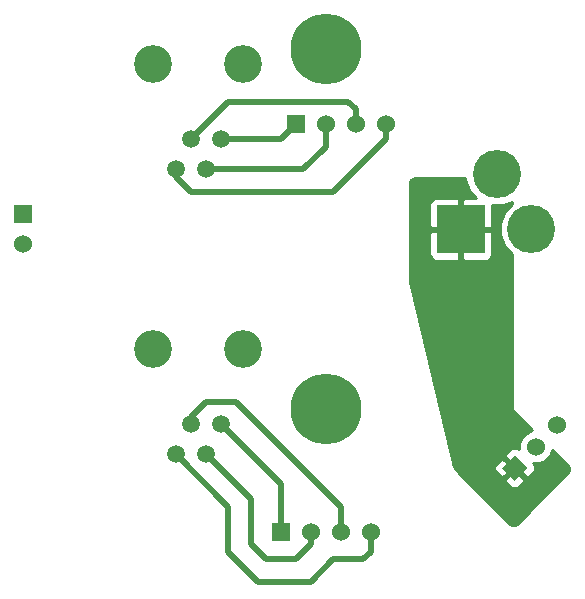
<source format=gbl>
G04 (created by PCBNEW (2013-07-07 BZR 4022)-stable) date 6/5/2014 11:35:08 PM*
%MOIN*%
G04 Gerber Fmt 3.4, Leading zero omitted, Abs format*
%FSLAX34Y34*%
G01*
G70*
G90*
G04 APERTURE LIST*
%ADD10C,0.00590551*%
%ADD11R,0.06X0.06*%
%ADD12C,0.06*%
%ADD13C,0.23622*%
%ADD14R,0.16X0.16*%
%ADD15C,0.16*%
%ADD16C,0.0590551*%
%ADD17C,0.125984*%
%ADD18C,0.02*%
%ADD19C,0.01*%
G04 APERTURE END LIST*
G54D10*
G54D11*
X85500Y-76850D03*
G54D12*
X86500Y-76850D03*
X87500Y-76850D03*
X88500Y-76850D03*
G54D11*
X86000Y-63250D03*
G54D12*
X87000Y-63250D03*
X88000Y-63250D03*
X89000Y-63250D03*
G54D13*
X87000Y-60750D03*
X87000Y-72750D03*
G54D14*
X91500Y-66750D03*
G54D15*
X93850Y-66750D03*
X92700Y-64900D03*
G54D16*
X83000Y-64750D03*
X82000Y-64750D03*
X83500Y-63750D03*
X82500Y-63750D03*
G54D17*
X81251Y-61250D03*
X84251Y-61250D03*
G54D16*
X83000Y-74250D03*
X82000Y-74250D03*
X83500Y-73250D03*
X82500Y-73250D03*
G54D17*
X81251Y-70750D03*
X84251Y-70750D03*
G54D10*
G36*
X93292Y-75131D02*
X92868Y-74707D01*
X93292Y-74282D01*
X93717Y-74707D01*
X93292Y-75131D01*
X93292Y-75131D01*
G37*
G54D12*
X94000Y-74000D03*
X94707Y-73292D03*
G54D11*
X76900Y-66250D03*
G54D12*
X76900Y-67250D03*
G54D18*
X82000Y-64750D02*
X82000Y-65000D01*
X89000Y-63750D02*
X89000Y-63250D01*
X87250Y-65500D02*
X89000Y-63750D01*
X82500Y-65500D02*
X87250Y-65500D01*
X82000Y-65000D02*
X82500Y-65500D01*
X82000Y-74250D02*
X83750Y-76000D01*
X88500Y-77500D02*
X88500Y-76850D01*
X88250Y-77750D02*
X88500Y-77500D01*
X87250Y-77750D02*
X88250Y-77750D01*
X86500Y-78500D02*
X87250Y-77750D01*
X84750Y-78500D02*
X86500Y-78500D01*
X83750Y-77500D02*
X84750Y-78500D01*
X83750Y-76000D02*
X83750Y-77500D01*
X83500Y-63750D02*
X85500Y-63750D01*
X85500Y-63750D02*
X86000Y-63250D01*
X83000Y-64750D02*
X86250Y-64750D01*
X87000Y-64000D02*
X87000Y-63250D01*
X86250Y-64750D02*
X87000Y-64000D01*
X82500Y-63750D02*
X83750Y-62500D01*
X88000Y-62750D02*
X88000Y-63250D01*
X87750Y-62500D02*
X88000Y-62750D01*
X83750Y-62500D02*
X87750Y-62500D01*
X83500Y-73250D02*
X85500Y-75250D01*
X85500Y-75250D02*
X85500Y-76850D01*
X83000Y-74250D02*
X84500Y-75750D01*
X86500Y-77250D02*
X86500Y-76850D01*
X86000Y-77750D02*
X86500Y-77250D01*
X85000Y-77750D02*
X86000Y-77750D01*
X84500Y-77250D02*
X85000Y-77750D01*
X84500Y-75750D02*
X84500Y-77250D01*
X82500Y-73250D02*
X82500Y-73000D01*
X87500Y-76000D02*
X87500Y-76850D01*
X84000Y-72500D02*
X87500Y-76000D01*
X83000Y-72500D02*
X84000Y-72500D01*
X82500Y-73000D02*
X83000Y-72500D01*
G54D10*
G36*
X95116Y-74750D02*
X95104Y-74807D01*
X95069Y-74859D01*
X93602Y-76327D01*
X93602Y-75175D01*
X93602Y-75087D01*
X93292Y-74777D01*
X93222Y-74848D01*
X93222Y-74707D01*
X92912Y-74397D01*
X92824Y-74397D01*
X92656Y-74565D01*
X92618Y-74657D01*
X92618Y-74756D01*
X92656Y-74848D01*
X92726Y-74918D01*
X92824Y-75016D01*
X92912Y-75016D01*
X93222Y-74707D01*
X93222Y-74848D01*
X92983Y-75087D01*
X92983Y-75175D01*
X93081Y-75273D01*
X93151Y-75343D01*
X93243Y-75381D01*
X93342Y-75381D01*
X93434Y-75343D01*
X93602Y-75175D01*
X93602Y-76327D01*
X93359Y-76569D01*
X93307Y-76604D01*
X93250Y-76616D01*
X93192Y-76604D01*
X93140Y-76569D01*
X92550Y-75979D01*
X92550Y-67500D01*
X92550Y-66862D01*
X92487Y-66800D01*
X91550Y-66800D01*
X91550Y-67737D01*
X91612Y-67800D01*
X92349Y-67800D01*
X92441Y-67762D01*
X92511Y-67691D01*
X92549Y-67599D01*
X92550Y-67500D01*
X92550Y-75979D01*
X91450Y-74879D01*
X91450Y-67737D01*
X91450Y-66800D01*
X91450Y-66700D01*
X91450Y-65762D01*
X91387Y-65700D01*
X90650Y-65699D01*
X90558Y-65737D01*
X90488Y-65808D01*
X90450Y-65900D01*
X90449Y-65999D01*
X90450Y-66637D01*
X90512Y-66700D01*
X91450Y-66700D01*
X91450Y-66800D01*
X90512Y-66800D01*
X90450Y-66862D01*
X90449Y-67500D01*
X90450Y-67599D01*
X90488Y-67691D01*
X90558Y-67762D01*
X90650Y-67800D01*
X91387Y-67800D01*
X91450Y-67737D01*
X91450Y-74879D01*
X91327Y-74756D01*
X91300Y-74721D01*
X91284Y-74680D01*
X89804Y-68514D01*
X89800Y-68473D01*
X89800Y-65204D01*
X89812Y-65142D01*
X89844Y-65094D01*
X89892Y-65062D01*
X89954Y-65050D01*
X91649Y-65050D01*
X91649Y-65107D01*
X91809Y-65494D01*
X92014Y-65699D01*
X91612Y-65700D01*
X91550Y-65762D01*
X91550Y-66700D01*
X92487Y-66700D01*
X92550Y-66637D01*
X92550Y-65999D01*
X92549Y-65949D01*
X92907Y-65950D01*
X93200Y-65829D01*
X93200Y-65915D01*
X92960Y-66154D01*
X92800Y-66540D01*
X92799Y-66957D01*
X92959Y-67344D01*
X93200Y-67585D01*
X93200Y-72672D01*
X93218Y-72763D01*
X93269Y-72840D01*
X93882Y-73453D01*
X93688Y-73533D01*
X93534Y-73688D01*
X93450Y-73890D01*
X93449Y-74086D01*
X93434Y-74070D01*
X93342Y-74032D01*
X93242Y-74032D01*
X93151Y-74071D01*
X92983Y-74238D01*
X92983Y-74327D01*
X93292Y-74636D01*
X93298Y-74630D01*
X93369Y-74701D01*
X93363Y-74707D01*
X93672Y-75016D01*
X93761Y-75016D01*
X93928Y-74848D01*
X93967Y-74757D01*
X93967Y-74657D01*
X93929Y-74565D01*
X93913Y-74549D01*
X94108Y-74550D01*
X94311Y-74466D01*
X94465Y-74311D01*
X94546Y-74117D01*
X95069Y-74640D01*
X95104Y-74692D01*
X95116Y-74750D01*
X95116Y-74750D01*
G37*
G54D19*
X95116Y-74750D02*
X95104Y-74807D01*
X95069Y-74859D01*
X93602Y-76327D01*
X93602Y-75175D01*
X93602Y-75087D01*
X93292Y-74777D01*
X93222Y-74848D01*
X93222Y-74707D01*
X92912Y-74397D01*
X92824Y-74397D01*
X92656Y-74565D01*
X92618Y-74657D01*
X92618Y-74756D01*
X92656Y-74848D01*
X92726Y-74918D01*
X92824Y-75016D01*
X92912Y-75016D01*
X93222Y-74707D01*
X93222Y-74848D01*
X92983Y-75087D01*
X92983Y-75175D01*
X93081Y-75273D01*
X93151Y-75343D01*
X93243Y-75381D01*
X93342Y-75381D01*
X93434Y-75343D01*
X93602Y-75175D01*
X93602Y-76327D01*
X93359Y-76569D01*
X93307Y-76604D01*
X93250Y-76616D01*
X93192Y-76604D01*
X93140Y-76569D01*
X92550Y-75979D01*
X92550Y-67500D01*
X92550Y-66862D01*
X92487Y-66800D01*
X91550Y-66800D01*
X91550Y-67737D01*
X91612Y-67800D01*
X92349Y-67800D01*
X92441Y-67762D01*
X92511Y-67691D01*
X92549Y-67599D01*
X92550Y-67500D01*
X92550Y-75979D01*
X91450Y-74879D01*
X91450Y-67737D01*
X91450Y-66800D01*
X91450Y-66700D01*
X91450Y-65762D01*
X91387Y-65700D01*
X90650Y-65699D01*
X90558Y-65737D01*
X90488Y-65808D01*
X90450Y-65900D01*
X90449Y-65999D01*
X90450Y-66637D01*
X90512Y-66700D01*
X91450Y-66700D01*
X91450Y-66800D01*
X90512Y-66800D01*
X90450Y-66862D01*
X90449Y-67500D01*
X90450Y-67599D01*
X90488Y-67691D01*
X90558Y-67762D01*
X90650Y-67800D01*
X91387Y-67800D01*
X91450Y-67737D01*
X91450Y-74879D01*
X91327Y-74756D01*
X91300Y-74721D01*
X91284Y-74680D01*
X89804Y-68514D01*
X89800Y-68473D01*
X89800Y-65204D01*
X89812Y-65142D01*
X89844Y-65094D01*
X89892Y-65062D01*
X89954Y-65050D01*
X91649Y-65050D01*
X91649Y-65107D01*
X91809Y-65494D01*
X92014Y-65699D01*
X91612Y-65700D01*
X91550Y-65762D01*
X91550Y-66700D01*
X92487Y-66700D01*
X92550Y-66637D01*
X92550Y-65999D01*
X92549Y-65949D01*
X92907Y-65950D01*
X93200Y-65829D01*
X93200Y-65915D01*
X92960Y-66154D01*
X92800Y-66540D01*
X92799Y-66957D01*
X92959Y-67344D01*
X93200Y-67585D01*
X93200Y-72672D01*
X93218Y-72763D01*
X93269Y-72840D01*
X93882Y-73453D01*
X93688Y-73533D01*
X93534Y-73688D01*
X93450Y-73890D01*
X93449Y-74086D01*
X93434Y-74070D01*
X93342Y-74032D01*
X93242Y-74032D01*
X93151Y-74071D01*
X92983Y-74238D01*
X92983Y-74327D01*
X93292Y-74636D01*
X93298Y-74630D01*
X93369Y-74701D01*
X93363Y-74707D01*
X93672Y-75016D01*
X93761Y-75016D01*
X93928Y-74848D01*
X93967Y-74757D01*
X93967Y-74657D01*
X93929Y-74565D01*
X93913Y-74549D01*
X94108Y-74550D01*
X94311Y-74466D01*
X94465Y-74311D01*
X94546Y-74117D01*
X95069Y-74640D01*
X95104Y-74692D01*
X95116Y-74750D01*
M02*

</source>
